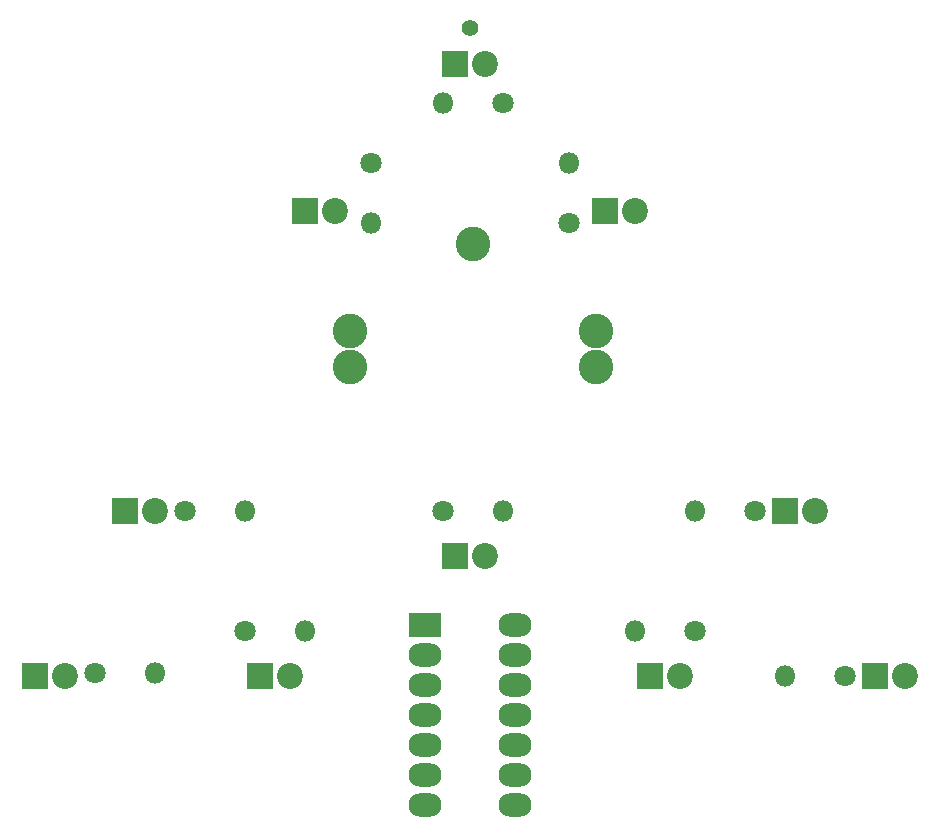
<source format=gbr>
G04 #@! TF.GenerationSoftware,KiCad,Pcbnew,(5.0.0)*
G04 #@! TF.CreationDate,2018-12-05T15:31:39-05:00*
G04 #@! TF.ProjectId,Christmas Ornament,4368726973746D6173204F726E616D65,rev?*
G04 #@! TF.SameCoordinates,Original*
G04 #@! TF.FileFunction,Soldermask,Top*
G04 #@! TF.FilePolarity,Negative*
%FSLAX46Y46*%
G04 Gerber Fmt 4.6, Leading zero omitted, Abs format (unit mm)*
G04 Created by KiCad (PCBNEW (5.0.0)) date 12/05/18 15:31:39*
%MOMM*%
%LPD*%
G01*
G04 APERTURE LIST*
%ADD10C,1.416000*%
%ADD11C,2.940000*%
%ADD12O,2.800000X2.000000*%
%ADD13R,2.800000X2.000000*%
%ADD14C,2.200000*%
%ADD15R,2.200000X2.200000*%
%ADD16O,1.800000X1.800000*%
%ADD17C,1.800000*%
G04 APERTURE END LIST*
D10*
G04 #@! TO.C,MK101*
X222250000Y-83566000D03*
G04 #@! TD*
D11*
G04 #@! TO.C,BT101*
X232918000Y-109220000D03*
X232918000Y-112268000D03*
X212090000Y-109220000D03*
X212090000Y-112268000D03*
X222504000Y-101854000D03*
G04 #@! TD*
D12*
G04 #@! TO.C,U101*
X226060000Y-134112000D03*
X218440000Y-149352000D03*
X226060000Y-136652000D03*
X218440000Y-146812000D03*
X226060000Y-139192000D03*
X218440000Y-144272000D03*
X226060000Y-141732000D03*
X218440000Y-141732000D03*
X226060000Y-144272000D03*
X218440000Y-139192000D03*
X226060000Y-146812000D03*
X218440000Y-136652000D03*
X226060000Y-149352000D03*
D13*
X218440000Y-134112000D03*
G04 #@! TD*
D14*
G04 #@! TO.C,D101*
X210820000Y-99060000D03*
D15*
X208280000Y-99060000D03*
G04 #@! TD*
G04 #@! TO.C,D103*
X193040000Y-124460000D03*
D14*
X195580000Y-124460000D03*
G04 #@! TD*
G04 #@! TO.C,D104*
X223520000Y-128270000D03*
D15*
X220980000Y-128270000D03*
G04 #@! TD*
G04 #@! TO.C,D105*
X248920000Y-124460000D03*
D14*
X251460000Y-124460000D03*
G04 #@! TD*
G04 #@! TO.C,D106*
X223520000Y-86614000D03*
D15*
X220980000Y-86614000D03*
G04 #@! TD*
G04 #@! TO.C,D107*
X185420000Y-138430000D03*
D14*
X187960000Y-138430000D03*
G04 #@! TD*
G04 #@! TO.C,D108*
X207010000Y-138430000D03*
D15*
X204470000Y-138430000D03*
G04 #@! TD*
G04 #@! TO.C,D109*
X237490000Y-138430000D03*
D14*
X240030000Y-138430000D03*
G04 #@! TD*
G04 #@! TO.C,D110*
X259080000Y-138430000D03*
D15*
X256540000Y-138430000D03*
G04 #@! TD*
D14*
G04 #@! TO.C,D102*
X236220000Y-99060000D03*
D15*
X233680000Y-99060000D03*
G04 #@! TD*
D16*
G04 #@! TO.C,R101*
X213868000Y-100076000D03*
D17*
X213868000Y-94996000D03*
G04 #@! TD*
G04 #@! TO.C,R102*
X230632000Y-100076000D03*
D16*
X230632000Y-94996000D03*
G04 #@! TD*
G04 #@! TO.C,R103*
X203200000Y-124460000D03*
D17*
X198120000Y-124460000D03*
G04 #@! TD*
G04 #@! TO.C,R104*
X219964000Y-124460000D03*
D16*
X225044000Y-124460000D03*
G04 #@! TD*
G04 #@! TO.C,R105*
X241300000Y-124460000D03*
D17*
X246380000Y-124460000D03*
G04 #@! TD*
G04 #@! TO.C,R106*
X225044000Y-89916000D03*
D16*
X219964000Y-89916000D03*
G04 #@! TD*
G04 #@! TO.C,R107*
X195580000Y-138176000D03*
D17*
X190500000Y-138176000D03*
G04 #@! TD*
G04 #@! TO.C,R108*
X203200000Y-134620000D03*
D16*
X208280000Y-134620000D03*
G04 #@! TD*
G04 #@! TO.C,R109*
X236220000Y-134620000D03*
D17*
X241300000Y-134620000D03*
G04 #@! TD*
G04 #@! TO.C,R110*
X254000000Y-138430000D03*
D16*
X248920000Y-138430000D03*
G04 #@! TD*
M02*

</source>
